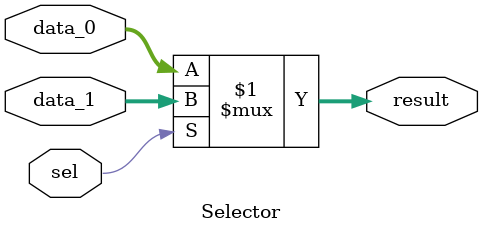
<source format=v>
`timescale 1ns / 1ps


module Selector(
    input  wire [WIDTH-1:0]data_0,
	input  wire [WIDTH-1:0]data_1,
	input  wire sel,
    output wire [WIDTH-1:0]result
);

parameter  WIDTH = 8;

assign  result = (sel) ? data_1:data_0;

endmodule

</source>
